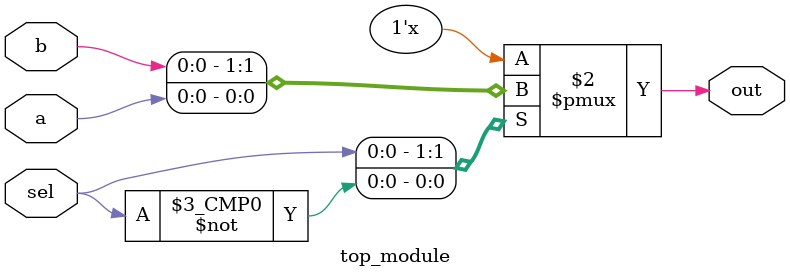
<source format=sv>
module top_module (
    input a,
    input b,
    input sel,
    output reg out
);

always @(*) begin
    case (sel)
        1'b1: out = b;
        1'b0: out = a;
        default: out = 1'bx; // Handle any other case
    endcase
end

endmodule

</source>
